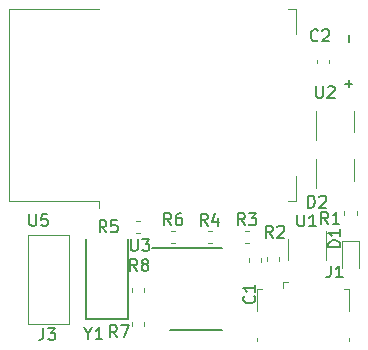
<source format=gbr>
G04 #@! TF.GenerationSoftware,KiCad,Pcbnew,(5.1.5)-3*
G04 #@! TF.CreationDate,2020-07-05T00:24:43+03:00*
G04 #@! TF.ProjectId,body_temp,626f6479-5f74-4656-9d70-2e6b69636164,rev?*
G04 #@! TF.SameCoordinates,Original*
G04 #@! TF.FileFunction,Legend,Top*
G04 #@! TF.FilePolarity,Positive*
%FSLAX46Y46*%
G04 Gerber Fmt 4.6, Leading zero omitted, Abs format (unit mm)*
G04 Created by KiCad (PCBNEW (5.1.5)-3) date 2020-07-05 00:24:43*
%MOMM*%
%LPD*%
G04 APERTURE LIST*
%ADD10C,0.120000*%
%ADD11C,0.200000*%
%ADD12C,0.150000*%
%ADD13C,1.402000*%
%ADD14O,1.626000X1.102000*%
%ADD15R,1.102000X2.602000*%
%ADD16R,1.902000X1.102000*%
%ADD17C,0.100000*%
%ADD18R,2.502000X2.502000*%
%ADD19R,1.552000X0.552000*%
%ADD20R,0.752000X1.162000*%
%ADD21R,1.302000X2.002000*%
%ADD22O,1.302000X2.002000*%
%ADD23R,1.602000X2.002000*%
%ADD24C,1.552000*%
%ADD25R,0.502000X1.452000*%
G04 APERTURE END LIST*
D10*
X21366000Y-42957000D02*
X17866000Y-42957000D01*
X21366000Y-35457000D02*
X21366000Y-42957000D01*
X17866000Y-35457000D02*
X21366000Y-35457000D01*
X17866000Y-42957000D02*
X17866000Y-35457000D01*
D11*
X44991700Y-18530600D02*
X44991700Y-19130600D01*
X44691700Y-22630600D02*
X45291700Y-22630600D01*
X44991700Y-22330600D02*
X44991700Y-22930600D01*
D10*
X23905500Y-32521000D02*
X23905500Y-33131000D01*
X23905500Y-32521000D02*
X16285500Y-32521000D01*
X40525500Y-32521000D02*
X39905500Y-32521000D01*
X40525500Y-30401000D02*
X40525500Y-32521000D01*
X40525500Y-16281000D02*
X40525500Y-18401000D01*
X39905500Y-16281000D02*
X40525500Y-16281000D01*
X16285500Y-16281000D02*
X23905500Y-16281000D01*
X16285500Y-32521000D02*
X16285500Y-16281000D01*
X43342700Y-20906079D02*
X43342700Y-20580521D01*
X42322700Y-20906079D02*
X42322700Y-20580521D01*
X36595000Y-37420721D02*
X36595000Y-37746279D01*
X37615000Y-37420721D02*
X37615000Y-37746279D01*
D11*
X26357400Y-42574000D02*
X26357400Y-35774000D01*
X22757400Y-42574000D02*
X26357400Y-42574000D01*
X22757400Y-35774000D02*
X22757400Y-42574000D01*
D12*
X28338500Y-36572000D02*
X34313500Y-36572000D01*
X29863500Y-43472000D02*
X34313500Y-43472000D01*
D10*
X42274300Y-24956600D02*
X42274300Y-27406600D01*
X45494300Y-26756600D02*
X45494300Y-24956600D01*
X43063000Y-37577000D02*
X43063000Y-35127000D01*
X39843000Y-35777000D02*
X39843000Y-37577000D01*
X27709000Y-40235479D02*
X27709000Y-39909921D01*
X26689000Y-40235479D02*
X26689000Y-39909921D01*
X26689000Y-42780321D02*
X26689000Y-43105879D01*
X27709000Y-42780321D02*
X27709000Y-43105879D01*
X29982721Y-36087000D02*
X30308279Y-36087000D01*
X29982721Y-35067000D02*
X30308279Y-35067000D01*
X27310879Y-34254200D02*
X26985321Y-34254200D01*
X27310879Y-35274200D02*
X26985321Y-35274200D01*
X33419779Y-35067000D02*
X33094221Y-35067000D01*
X33419779Y-36087000D02*
X33094221Y-36087000D01*
X36218221Y-36087000D02*
X36543779Y-36087000D01*
X36218221Y-35067000D02*
X36543779Y-35067000D01*
X39139000Y-37606779D02*
X39139000Y-37281221D01*
X38119000Y-37606779D02*
X38119000Y-37281221D01*
X45666800Y-33758479D02*
X45666800Y-33432921D01*
X44646800Y-33758479D02*
X44646800Y-33432921D01*
X39453000Y-39456500D02*
X39453000Y-39906500D01*
X39453000Y-39456500D02*
X39903000Y-39456500D01*
X45053000Y-40006500D02*
X44603000Y-40006500D01*
X45053000Y-41856500D02*
X45053000Y-40006500D01*
X37253000Y-44406500D02*
X37253000Y-44156500D01*
X45053000Y-44406500D02*
X45053000Y-44156500D01*
X37253000Y-41856500D02*
X37253000Y-40006500D01*
X37253000Y-40006500D02*
X37703000Y-40006500D01*
X42274300Y-29030400D02*
X42274300Y-31480400D01*
X45494300Y-30830400D02*
X45494300Y-29030400D01*
X44421800Y-35971500D02*
X44421800Y-38256500D01*
X45891800Y-35971500D02*
X44421800Y-35971500D01*
X45891800Y-38256500D02*
X45891800Y-35971500D01*
D12*
X19161166Y-43330880D02*
X19161166Y-44045166D01*
X19113547Y-44188023D01*
X19018309Y-44283261D01*
X18875452Y-44330880D01*
X18780214Y-44330880D01*
X19542119Y-43330880D02*
X20161166Y-43330880D01*
X19827833Y-43711833D01*
X19970690Y-43711833D01*
X20065928Y-43759452D01*
X20113547Y-43807071D01*
X20161166Y-43902309D01*
X20161166Y-44140404D01*
X20113547Y-44235642D01*
X20065928Y-44283261D01*
X19970690Y-44330880D01*
X19684976Y-44330880D01*
X19589738Y-44283261D01*
X19542119Y-44235642D01*
X17970595Y-33678880D02*
X17970595Y-34488404D01*
X18018214Y-34583642D01*
X18065833Y-34631261D01*
X18161071Y-34678880D01*
X18351547Y-34678880D01*
X18446785Y-34631261D01*
X18494404Y-34583642D01*
X18542023Y-34488404D01*
X18542023Y-33678880D01*
X19494404Y-33678880D02*
X19018214Y-33678880D01*
X18970595Y-34155071D01*
X19018214Y-34107452D01*
X19113452Y-34059833D01*
X19351547Y-34059833D01*
X19446785Y-34107452D01*
X19494404Y-34155071D01*
X19542023Y-34250309D01*
X19542023Y-34488404D01*
X19494404Y-34583642D01*
X19446785Y-34631261D01*
X19351547Y-34678880D01*
X19113452Y-34678880D01*
X19018214Y-34631261D01*
X18970595Y-34583642D01*
X42399333Y-18941542D02*
X42351714Y-18989161D01*
X42208857Y-19036780D01*
X42113619Y-19036780D01*
X41970761Y-18989161D01*
X41875523Y-18893923D01*
X41827904Y-18798685D01*
X41780285Y-18608209D01*
X41780285Y-18465352D01*
X41827904Y-18274876D01*
X41875523Y-18179638D01*
X41970761Y-18084400D01*
X42113619Y-18036780D01*
X42208857Y-18036780D01*
X42351714Y-18084400D01*
X42399333Y-18132019D01*
X42780285Y-18132019D02*
X42827904Y-18084400D01*
X42923142Y-18036780D01*
X43161238Y-18036780D01*
X43256476Y-18084400D01*
X43304095Y-18132019D01*
X43351714Y-18227257D01*
X43351714Y-18322495D01*
X43304095Y-18465352D01*
X42732666Y-19036780D01*
X43351714Y-19036780D01*
X36996642Y-40616166D02*
X37044261Y-40663785D01*
X37091880Y-40806642D01*
X37091880Y-40901880D01*
X37044261Y-41044738D01*
X36949023Y-41139976D01*
X36853785Y-41187595D01*
X36663309Y-41235214D01*
X36520452Y-41235214D01*
X36329976Y-41187595D01*
X36234738Y-41139976D01*
X36139500Y-41044738D01*
X36091880Y-40901880D01*
X36091880Y-40806642D01*
X36139500Y-40663785D01*
X36187119Y-40616166D01*
X37091880Y-39663785D02*
X37091880Y-40235214D01*
X37091880Y-39949500D02*
X36091880Y-39949500D01*
X36234738Y-40044738D01*
X36329976Y-40139976D01*
X36377595Y-40235214D01*
X22955309Y-43791190D02*
X22955309Y-44267380D01*
X22621976Y-43267380D02*
X22955309Y-43791190D01*
X23288642Y-43267380D01*
X24145785Y-44267380D02*
X23574357Y-44267380D01*
X23860071Y-44267380D02*
X23860071Y-43267380D01*
X23764833Y-43410238D01*
X23669595Y-43505476D01*
X23574357Y-43553095D01*
X26564095Y-35791380D02*
X26564095Y-36600904D01*
X26611714Y-36696142D01*
X26659333Y-36743761D01*
X26754571Y-36791380D01*
X26945047Y-36791380D01*
X27040285Y-36743761D01*
X27087904Y-36696142D01*
X27135523Y-36600904D01*
X27135523Y-35791380D01*
X27516476Y-35791380D02*
X28135523Y-35791380D01*
X27802190Y-36172333D01*
X27945047Y-36172333D01*
X28040285Y-36219952D01*
X28087904Y-36267571D01*
X28135523Y-36362809D01*
X28135523Y-36600904D01*
X28087904Y-36696142D01*
X28040285Y-36743761D01*
X27945047Y-36791380D01*
X27659333Y-36791380D01*
X27564095Y-36743761D01*
X27516476Y-36696142D01*
X42238095Y-22837380D02*
X42238095Y-23646904D01*
X42285714Y-23742142D01*
X42333333Y-23789761D01*
X42428571Y-23837380D01*
X42619047Y-23837380D01*
X42714285Y-23789761D01*
X42761904Y-23742142D01*
X42809523Y-23646904D01*
X42809523Y-22837380D01*
X43238095Y-22932619D02*
X43285714Y-22885000D01*
X43380952Y-22837380D01*
X43619047Y-22837380D01*
X43714285Y-22885000D01*
X43761904Y-22932619D01*
X43809523Y-23027857D01*
X43809523Y-23123095D01*
X43761904Y-23265952D01*
X43190476Y-23837380D01*
X43809523Y-23837380D01*
X40661095Y-33708580D02*
X40661095Y-34518104D01*
X40708714Y-34613342D01*
X40756333Y-34660961D01*
X40851571Y-34708580D01*
X41042047Y-34708580D01*
X41137285Y-34660961D01*
X41184904Y-34613342D01*
X41232523Y-34518104D01*
X41232523Y-33708580D01*
X42232523Y-34708580D02*
X41661095Y-34708580D01*
X41946809Y-34708580D02*
X41946809Y-33708580D01*
X41851571Y-33851438D01*
X41756333Y-33946676D01*
X41661095Y-33994295D01*
X27095833Y-38467780D02*
X26762500Y-37991590D01*
X26524404Y-38467780D02*
X26524404Y-37467780D01*
X26905357Y-37467780D01*
X27000595Y-37515400D01*
X27048214Y-37563019D01*
X27095833Y-37658257D01*
X27095833Y-37801114D01*
X27048214Y-37896352D01*
X27000595Y-37943971D01*
X26905357Y-37991590D01*
X26524404Y-37991590D01*
X27667261Y-37896352D02*
X27572023Y-37848733D01*
X27524404Y-37801114D01*
X27476785Y-37705876D01*
X27476785Y-37658257D01*
X27524404Y-37563019D01*
X27572023Y-37515400D01*
X27667261Y-37467780D01*
X27857738Y-37467780D01*
X27952976Y-37515400D01*
X28000595Y-37563019D01*
X28048214Y-37658257D01*
X28048214Y-37705876D01*
X28000595Y-37801114D01*
X27952976Y-37848733D01*
X27857738Y-37896352D01*
X27667261Y-37896352D01*
X27572023Y-37943971D01*
X27524404Y-37991590D01*
X27476785Y-38086828D01*
X27476785Y-38277304D01*
X27524404Y-38372542D01*
X27572023Y-38420161D01*
X27667261Y-38467780D01*
X27857738Y-38467780D01*
X27952976Y-38420161D01*
X28000595Y-38372542D01*
X28048214Y-38277304D01*
X28048214Y-38086828D01*
X28000595Y-37991590D01*
X27952976Y-37943971D01*
X27857738Y-37896352D01*
X25381333Y-44093880D02*
X25048000Y-43617690D01*
X24809904Y-44093880D02*
X24809904Y-43093880D01*
X25190857Y-43093880D01*
X25286095Y-43141500D01*
X25333714Y-43189119D01*
X25381333Y-43284357D01*
X25381333Y-43427214D01*
X25333714Y-43522452D01*
X25286095Y-43570071D01*
X25190857Y-43617690D01*
X24809904Y-43617690D01*
X25714666Y-43093880D02*
X26381333Y-43093880D01*
X25952761Y-44093880D01*
X29978833Y-34599380D02*
X29645500Y-34123190D01*
X29407404Y-34599380D02*
X29407404Y-33599380D01*
X29788357Y-33599380D01*
X29883595Y-33647000D01*
X29931214Y-33694619D01*
X29978833Y-33789857D01*
X29978833Y-33932714D01*
X29931214Y-34027952D01*
X29883595Y-34075571D01*
X29788357Y-34123190D01*
X29407404Y-34123190D01*
X30835976Y-33599380D02*
X30645500Y-33599380D01*
X30550261Y-33647000D01*
X30502642Y-33694619D01*
X30407404Y-33837476D01*
X30359785Y-34027952D01*
X30359785Y-34408904D01*
X30407404Y-34504142D01*
X30455023Y-34551761D01*
X30550261Y-34599380D01*
X30740738Y-34599380D01*
X30835976Y-34551761D01*
X30883595Y-34504142D01*
X30931214Y-34408904D01*
X30931214Y-34170809D01*
X30883595Y-34075571D01*
X30835976Y-34027952D01*
X30740738Y-33980333D01*
X30550261Y-33980333D01*
X30455023Y-34027952D01*
X30407404Y-34075571D01*
X30359785Y-34170809D01*
X24492333Y-35203880D02*
X24159000Y-34727690D01*
X23920904Y-35203880D02*
X23920904Y-34203880D01*
X24301857Y-34203880D01*
X24397095Y-34251500D01*
X24444714Y-34299119D01*
X24492333Y-34394357D01*
X24492333Y-34537214D01*
X24444714Y-34632452D01*
X24397095Y-34680071D01*
X24301857Y-34727690D01*
X23920904Y-34727690D01*
X25397095Y-34203880D02*
X24920904Y-34203880D01*
X24873285Y-34680071D01*
X24920904Y-34632452D01*
X25016142Y-34584833D01*
X25254238Y-34584833D01*
X25349476Y-34632452D01*
X25397095Y-34680071D01*
X25444714Y-34775309D01*
X25444714Y-35013404D01*
X25397095Y-35108642D01*
X25349476Y-35156261D01*
X25254238Y-35203880D01*
X25016142Y-35203880D01*
X24920904Y-35156261D01*
X24873285Y-35108642D01*
X33064833Y-34632380D02*
X32731500Y-34156190D01*
X32493404Y-34632380D02*
X32493404Y-33632380D01*
X32874357Y-33632380D01*
X32969595Y-33680000D01*
X33017214Y-33727619D01*
X33064833Y-33822857D01*
X33064833Y-33965714D01*
X33017214Y-34060952D01*
X32969595Y-34108571D01*
X32874357Y-34156190D01*
X32493404Y-34156190D01*
X33921976Y-33965714D02*
X33921976Y-34632380D01*
X33683880Y-33584761D02*
X33445785Y-34299047D01*
X34064833Y-34299047D01*
X36214333Y-34599380D02*
X35881000Y-34123190D01*
X35642904Y-34599380D02*
X35642904Y-33599380D01*
X36023857Y-33599380D01*
X36119095Y-33647000D01*
X36166714Y-33694619D01*
X36214333Y-33789857D01*
X36214333Y-33932714D01*
X36166714Y-34027952D01*
X36119095Y-34075571D01*
X36023857Y-34123190D01*
X35642904Y-34123190D01*
X36547666Y-33599380D02*
X37166714Y-33599380D01*
X36833380Y-33980333D01*
X36976238Y-33980333D01*
X37071476Y-34027952D01*
X37119095Y-34075571D01*
X37166714Y-34170809D01*
X37166714Y-34408904D01*
X37119095Y-34504142D01*
X37071476Y-34551761D01*
X36976238Y-34599380D01*
X36690523Y-34599380D01*
X36595285Y-34551761D01*
X36547666Y-34504142D01*
X38589333Y-35648380D02*
X38256000Y-35172190D01*
X38017904Y-35648380D02*
X38017904Y-34648380D01*
X38398857Y-34648380D01*
X38494095Y-34696000D01*
X38541714Y-34743619D01*
X38589333Y-34838857D01*
X38589333Y-34981714D01*
X38541714Y-35076952D01*
X38494095Y-35124571D01*
X38398857Y-35172190D01*
X38017904Y-35172190D01*
X38970285Y-34743619D02*
X39017904Y-34696000D01*
X39113142Y-34648380D01*
X39351238Y-34648380D01*
X39446476Y-34696000D01*
X39494095Y-34743619D01*
X39541714Y-34838857D01*
X39541714Y-34934095D01*
X39494095Y-35076952D01*
X38922666Y-35648380D01*
X39541714Y-35648380D01*
X43267333Y-34488380D02*
X42934000Y-34012190D01*
X42695904Y-34488380D02*
X42695904Y-33488380D01*
X43076857Y-33488380D01*
X43172095Y-33536000D01*
X43219714Y-33583619D01*
X43267333Y-33678857D01*
X43267333Y-33821714D01*
X43219714Y-33916952D01*
X43172095Y-33964571D01*
X43076857Y-34012190D01*
X42695904Y-34012190D01*
X44219714Y-34488380D02*
X43648285Y-34488380D01*
X43934000Y-34488380D02*
X43934000Y-33488380D01*
X43838761Y-33631238D01*
X43743523Y-33726476D01*
X43648285Y-33774095D01*
X43502666Y-38026580D02*
X43502666Y-38740866D01*
X43455047Y-38883723D01*
X43359809Y-38978961D01*
X43216952Y-39026580D01*
X43121714Y-39026580D01*
X44502666Y-39026580D02*
X43931238Y-39026580D01*
X44216952Y-39026580D02*
X44216952Y-38026580D01*
X44121714Y-38169438D01*
X44026476Y-38264676D01*
X43931238Y-38312295D01*
X41573904Y-33108380D02*
X41573904Y-32108380D01*
X41812000Y-32108380D01*
X41954857Y-32156000D01*
X42050095Y-32251238D01*
X42097714Y-32346476D01*
X42145333Y-32536952D01*
X42145333Y-32679809D01*
X42097714Y-32870285D01*
X42050095Y-32965523D01*
X41954857Y-33060761D01*
X41812000Y-33108380D01*
X41573904Y-33108380D01*
X42526285Y-32203619D02*
X42573904Y-32156000D01*
X42669142Y-32108380D01*
X42907238Y-32108380D01*
X43002476Y-32156000D01*
X43050095Y-32203619D01*
X43097714Y-32298857D01*
X43097714Y-32394095D01*
X43050095Y-32536952D01*
X42478666Y-33108380D01*
X43097714Y-33108380D01*
X44288380Y-36467495D02*
X43288380Y-36467495D01*
X43288380Y-36229400D01*
X43336000Y-36086542D01*
X43431238Y-35991304D01*
X43526476Y-35943685D01*
X43716952Y-35896066D01*
X43859809Y-35896066D01*
X44050285Y-35943685D01*
X44145523Y-35991304D01*
X44240761Y-36086542D01*
X44288380Y-36229400D01*
X44288380Y-36467495D01*
X44288380Y-34943685D02*
X44288380Y-35515114D01*
X44288380Y-35229400D02*
X43288380Y-35229400D01*
X43431238Y-35324638D01*
X43526476Y-35419876D01*
X43574095Y-35515114D01*
%LPC*%
D13*
X20066000Y-41457000D03*
X20066000Y-39957000D03*
X20066000Y-38457000D03*
X20066000Y-36957000D03*
D14*
X44991700Y-19930600D03*
X44991700Y-21530600D03*
D15*
X24905500Y-16801000D03*
X26905500Y-16801000D03*
X28905500Y-16801000D03*
X30905500Y-16801000D03*
X32905500Y-16801000D03*
X34905500Y-16801000D03*
X36905500Y-16801000D03*
X38905500Y-16801000D03*
D16*
X40405500Y-19401000D03*
X40405500Y-21401000D03*
X40405500Y-23401000D03*
X40405500Y-25401000D03*
X40405500Y-27401000D03*
X40405500Y-29401000D03*
D15*
X38905500Y-32001000D03*
X36905500Y-32001000D03*
X34905500Y-32001000D03*
X32905500Y-32001000D03*
X30905500Y-32001000D03*
X28905500Y-32001000D03*
X26905500Y-32001000D03*
X24905500Y-32001000D03*
D17*
G36*
X43138391Y-19468476D02*
G01*
X43162101Y-19471993D01*
X43185352Y-19477817D01*
X43207920Y-19485892D01*
X43229589Y-19496141D01*
X43250148Y-19508464D01*
X43269401Y-19522742D01*
X43287161Y-19538839D01*
X43303258Y-19556599D01*
X43317536Y-19575852D01*
X43329859Y-19596411D01*
X43340108Y-19618080D01*
X43348183Y-19640648D01*
X43354007Y-19663899D01*
X43357524Y-19687609D01*
X43358700Y-19711550D01*
X43358700Y-20200050D01*
X43357524Y-20223991D01*
X43354007Y-20247701D01*
X43348183Y-20270952D01*
X43340108Y-20293520D01*
X43329859Y-20315189D01*
X43317536Y-20335748D01*
X43303258Y-20355001D01*
X43287161Y-20372761D01*
X43269401Y-20388858D01*
X43250148Y-20403136D01*
X43229589Y-20415459D01*
X43207920Y-20425708D01*
X43185352Y-20433783D01*
X43162101Y-20439607D01*
X43138391Y-20443124D01*
X43114450Y-20444300D01*
X42550950Y-20444300D01*
X42527009Y-20443124D01*
X42503299Y-20439607D01*
X42480048Y-20433783D01*
X42457480Y-20425708D01*
X42435811Y-20415459D01*
X42415252Y-20403136D01*
X42395999Y-20388858D01*
X42378239Y-20372761D01*
X42362142Y-20355001D01*
X42347864Y-20335748D01*
X42335541Y-20315189D01*
X42325292Y-20293520D01*
X42317217Y-20270952D01*
X42311393Y-20247701D01*
X42307876Y-20223991D01*
X42306700Y-20200050D01*
X42306700Y-19711550D01*
X42307876Y-19687609D01*
X42311393Y-19663899D01*
X42317217Y-19640648D01*
X42325292Y-19618080D01*
X42335541Y-19596411D01*
X42347864Y-19575852D01*
X42362142Y-19556599D01*
X42378239Y-19538839D01*
X42395999Y-19522742D01*
X42415252Y-19508464D01*
X42435811Y-19496141D01*
X42457480Y-19485892D01*
X42480048Y-19477817D01*
X42503299Y-19471993D01*
X42527009Y-19468476D01*
X42550950Y-19467300D01*
X43114450Y-19467300D01*
X43138391Y-19468476D01*
G37*
G36*
X43138391Y-21043476D02*
G01*
X43162101Y-21046993D01*
X43185352Y-21052817D01*
X43207920Y-21060892D01*
X43229589Y-21071141D01*
X43250148Y-21083464D01*
X43269401Y-21097742D01*
X43287161Y-21113839D01*
X43303258Y-21131599D01*
X43317536Y-21150852D01*
X43329859Y-21171411D01*
X43340108Y-21193080D01*
X43348183Y-21215648D01*
X43354007Y-21238899D01*
X43357524Y-21262609D01*
X43358700Y-21286550D01*
X43358700Y-21775050D01*
X43357524Y-21798991D01*
X43354007Y-21822701D01*
X43348183Y-21845952D01*
X43340108Y-21868520D01*
X43329859Y-21890189D01*
X43317536Y-21910748D01*
X43303258Y-21930001D01*
X43287161Y-21947761D01*
X43269401Y-21963858D01*
X43250148Y-21978136D01*
X43229589Y-21990459D01*
X43207920Y-22000708D01*
X43185352Y-22008783D01*
X43162101Y-22014607D01*
X43138391Y-22018124D01*
X43114450Y-22019300D01*
X42550950Y-22019300D01*
X42527009Y-22018124D01*
X42503299Y-22014607D01*
X42480048Y-22008783D01*
X42457480Y-22000708D01*
X42435811Y-21990459D01*
X42415252Y-21978136D01*
X42395999Y-21963858D01*
X42378239Y-21947761D01*
X42362142Y-21930001D01*
X42347864Y-21910748D01*
X42335541Y-21890189D01*
X42325292Y-21868520D01*
X42317217Y-21845952D01*
X42311393Y-21822701D01*
X42307876Y-21798991D01*
X42306700Y-21775050D01*
X42306700Y-21286550D01*
X42307876Y-21262609D01*
X42311393Y-21238899D01*
X42317217Y-21215648D01*
X42325292Y-21193080D01*
X42335541Y-21171411D01*
X42347864Y-21150852D01*
X42362142Y-21131599D01*
X42378239Y-21113839D01*
X42395999Y-21097742D01*
X42415252Y-21083464D01*
X42435811Y-21071141D01*
X42457480Y-21060892D01*
X42480048Y-21052817D01*
X42503299Y-21046993D01*
X42527009Y-21043476D01*
X42550950Y-21042300D01*
X43114450Y-21042300D01*
X43138391Y-21043476D01*
G37*
G36*
X37410691Y-37883676D02*
G01*
X37434401Y-37887193D01*
X37457652Y-37893017D01*
X37480220Y-37901092D01*
X37501889Y-37911341D01*
X37522448Y-37923664D01*
X37541701Y-37937942D01*
X37559461Y-37954039D01*
X37575558Y-37971799D01*
X37589836Y-37991052D01*
X37602159Y-38011611D01*
X37612408Y-38033280D01*
X37620483Y-38055848D01*
X37626307Y-38079099D01*
X37629824Y-38102809D01*
X37631000Y-38126750D01*
X37631000Y-38615250D01*
X37629824Y-38639191D01*
X37626307Y-38662901D01*
X37620483Y-38686152D01*
X37612408Y-38708720D01*
X37602159Y-38730389D01*
X37589836Y-38750948D01*
X37575558Y-38770201D01*
X37559461Y-38787961D01*
X37541701Y-38804058D01*
X37522448Y-38818336D01*
X37501889Y-38830659D01*
X37480220Y-38840908D01*
X37457652Y-38848983D01*
X37434401Y-38854807D01*
X37410691Y-38858324D01*
X37386750Y-38859500D01*
X36823250Y-38859500D01*
X36799309Y-38858324D01*
X36775599Y-38854807D01*
X36752348Y-38848983D01*
X36729780Y-38840908D01*
X36708111Y-38830659D01*
X36687552Y-38818336D01*
X36668299Y-38804058D01*
X36650539Y-38787961D01*
X36634442Y-38770201D01*
X36620164Y-38750948D01*
X36607841Y-38730389D01*
X36597592Y-38708720D01*
X36589517Y-38686152D01*
X36583693Y-38662901D01*
X36580176Y-38639191D01*
X36579000Y-38615250D01*
X36579000Y-38126750D01*
X36580176Y-38102809D01*
X36583693Y-38079099D01*
X36589517Y-38055848D01*
X36597592Y-38033280D01*
X36607841Y-38011611D01*
X36620164Y-37991052D01*
X36634442Y-37971799D01*
X36650539Y-37954039D01*
X36668299Y-37937942D01*
X36687552Y-37923664D01*
X36708111Y-37911341D01*
X36729780Y-37901092D01*
X36752348Y-37893017D01*
X36775599Y-37887193D01*
X36799309Y-37883676D01*
X36823250Y-37882500D01*
X37386750Y-37882500D01*
X37410691Y-37883676D01*
G37*
G36*
X37410691Y-36308676D02*
G01*
X37434401Y-36312193D01*
X37457652Y-36318017D01*
X37480220Y-36326092D01*
X37501889Y-36336341D01*
X37522448Y-36348664D01*
X37541701Y-36362942D01*
X37559461Y-36379039D01*
X37575558Y-36396799D01*
X37589836Y-36416052D01*
X37602159Y-36436611D01*
X37612408Y-36458280D01*
X37620483Y-36480848D01*
X37626307Y-36504099D01*
X37629824Y-36527809D01*
X37631000Y-36551750D01*
X37631000Y-37040250D01*
X37629824Y-37064191D01*
X37626307Y-37087901D01*
X37620483Y-37111152D01*
X37612408Y-37133720D01*
X37602159Y-37155389D01*
X37589836Y-37175948D01*
X37575558Y-37195201D01*
X37559461Y-37212961D01*
X37541701Y-37229058D01*
X37522448Y-37243336D01*
X37501889Y-37255659D01*
X37480220Y-37265908D01*
X37457652Y-37273983D01*
X37434401Y-37279807D01*
X37410691Y-37283324D01*
X37386750Y-37284500D01*
X36823250Y-37284500D01*
X36799309Y-37283324D01*
X36775599Y-37279807D01*
X36752348Y-37273983D01*
X36729780Y-37265908D01*
X36708111Y-37255659D01*
X36687552Y-37243336D01*
X36668299Y-37229058D01*
X36650539Y-37212961D01*
X36634442Y-37195201D01*
X36620164Y-37175948D01*
X36607841Y-37155389D01*
X36597592Y-37133720D01*
X36589517Y-37111152D01*
X36583693Y-37087901D01*
X36580176Y-37064191D01*
X36579000Y-37040250D01*
X36579000Y-36551750D01*
X36580176Y-36527809D01*
X36583693Y-36504099D01*
X36589517Y-36480848D01*
X36597592Y-36458280D01*
X36607841Y-36436611D01*
X36620164Y-36416052D01*
X36634442Y-36396799D01*
X36650539Y-36379039D01*
X36668299Y-36362942D01*
X36687552Y-36348664D01*
X36708111Y-36336341D01*
X36729780Y-36326092D01*
X36752348Y-36318017D01*
X36775599Y-36312193D01*
X36799309Y-36308676D01*
X36823250Y-36307500D01*
X37386750Y-36307500D01*
X37410691Y-36308676D01*
G37*
D18*
X24557400Y-36974000D03*
X24557400Y-40974000D03*
D19*
X35038500Y-37097000D03*
X35038500Y-37747000D03*
X35038500Y-38397000D03*
X35038500Y-39047000D03*
X35038500Y-39697000D03*
X35038500Y-40347000D03*
X35038500Y-40997000D03*
X35038500Y-41647000D03*
X35038500Y-42297000D03*
X35038500Y-42947000D03*
X29138500Y-42947000D03*
X29138500Y-42297000D03*
X29138500Y-41647000D03*
X29138500Y-40997000D03*
X29138500Y-40347000D03*
X29138500Y-39697000D03*
X29138500Y-39047000D03*
X29138500Y-38397000D03*
X29138500Y-37747000D03*
X29138500Y-37097000D03*
D20*
X42934300Y-24756600D03*
X44834300Y-24756600D03*
X44834300Y-26956600D03*
X43884300Y-26956600D03*
X42934300Y-26956600D03*
X41453000Y-37777000D03*
X42403000Y-37777000D03*
X40503000Y-37777000D03*
X40503000Y-35577000D03*
X41453000Y-35577000D03*
X42403000Y-35577000D03*
D17*
G36*
X27504691Y-38797876D02*
G01*
X27528401Y-38801393D01*
X27551652Y-38807217D01*
X27574220Y-38815292D01*
X27595889Y-38825541D01*
X27616448Y-38837864D01*
X27635701Y-38852142D01*
X27653461Y-38868239D01*
X27669558Y-38885999D01*
X27683836Y-38905252D01*
X27696159Y-38925811D01*
X27706408Y-38947480D01*
X27714483Y-38970048D01*
X27720307Y-38993299D01*
X27723824Y-39017009D01*
X27725000Y-39040950D01*
X27725000Y-39529450D01*
X27723824Y-39553391D01*
X27720307Y-39577101D01*
X27714483Y-39600352D01*
X27706408Y-39622920D01*
X27696159Y-39644589D01*
X27683836Y-39665148D01*
X27669558Y-39684401D01*
X27653461Y-39702161D01*
X27635701Y-39718258D01*
X27616448Y-39732536D01*
X27595889Y-39744859D01*
X27574220Y-39755108D01*
X27551652Y-39763183D01*
X27528401Y-39769007D01*
X27504691Y-39772524D01*
X27480750Y-39773700D01*
X26917250Y-39773700D01*
X26893309Y-39772524D01*
X26869599Y-39769007D01*
X26846348Y-39763183D01*
X26823780Y-39755108D01*
X26802111Y-39744859D01*
X26781552Y-39732536D01*
X26762299Y-39718258D01*
X26744539Y-39702161D01*
X26728442Y-39684401D01*
X26714164Y-39665148D01*
X26701841Y-39644589D01*
X26691592Y-39622920D01*
X26683517Y-39600352D01*
X26677693Y-39577101D01*
X26674176Y-39553391D01*
X26673000Y-39529450D01*
X26673000Y-39040950D01*
X26674176Y-39017009D01*
X26677693Y-38993299D01*
X26683517Y-38970048D01*
X26691592Y-38947480D01*
X26701841Y-38925811D01*
X26714164Y-38905252D01*
X26728442Y-38885999D01*
X26744539Y-38868239D01*
X26762299Y-38852142D01*
X26781552Y-38837864D01*
X26802111Y-38825541D01*
X26823780Y-38815292D01*
X26846348Y-38807217D01*
X26869599Y-38801393D01*
X26893309Y-38797876D01*
X26917250Y-38796700D01*
X27480750Y-38796700D01*
X27504691Y-38797876D01*
G37*
G36*
X27504691Y-40372876D02*
G01*
X27528401Y-40376393D01*
X27551652Y-40382217D01*
X27574220Y-40390292D01*
X27595889Y-40400541D01*
X27616448Y-40412864D01*
X27635701Y-40427142D01*
X27653461Y-40443239D01*
X27669558Y-40460999D01*
X27683836Y-40480252D01*
X27696159Y-40500811D01*
X27706408Y-40522480D01*
X27714483Y-40545048D01*
X27720307Y-40568299D01*
X27723824Y-40592009D01*
X27725000Y-40615950D01*
X27725000Y-41104450D01*
X27723824Y-41128391D01*
X27720307Y-41152101D01*
X27714483Y-41175352D01*
X27706408Y-41197920D01*
X27696159Y-41219589D01*
X27683836Y-41240148D01*
X27669558Y-41259401D01*
X27653461Y-41277161D01*
X27635701Y-41293258D01*
X27616448Y-41307536D01*
X27595889Y-41319859D01*
X27574220Y-41330108D01*
X27551652Y-41338183D01*
X27528401Y-41344007D01*
X27504691Y-41347524D01*
X27480750Y-41348700D01*
X26917250Y-41348700D01*
X26893309Y-41347524D01*
X26869599Y-41344007D01*
X26846348Y-41338183D01*
X26823780Y-41330108D01*
X26802111Y-41319859D01*
X26781552Y-41307536D01*
X26762299Y-41293258D01*
X26744539Y-41277161D01*
X26728442Y-41259401D01*
X26714164Y-41240148D01*
X26701841Y-41219589D01*
X26691592Y-41197920D01*
X26683517Y-41175352D01*
X26677693Y-41152101D01*
X26674176Y-41128391D01*
X26673000Y-41104450D01*
X26673000Y-40615950D01*
X26674176Y-40592009D01*
X26677693Y-40568299D01*
X26683517Y-40545048D01*
X26691592Y-40522480D01*
X26701841Y-40500811D01*
X26714164Y-40480252D01*
X26728442Y-40460999D01*
X26744539Y-40443239D01*
X26762299Y-40427142D01*
X26781552Y-40412864D01*
X26802111Y-40400541D01*
X26823780Y-40390292D01*
X26846348Y-40382217D01*
X26869599Y-40376393D01*
X26893309Y-40372876D01*
X26917250Y-40371700D01*
X27480750Y-40371700D01*
X27504691Y-40372876D01*
G37*
G36*
X27504691Y-43243276D02*
G01*
X27528401Y-43246793D01*
X27551652Y-43252617D01*
X27574220Y-43260692D01*
X27595889Y-43270941D01*
X27616448Y-43283264D01*
X27635701Y-43297542D01*
X27653461Y-43313639D01*
X27669558Y-43331399D01*
X27683836Y-43350652D01*
X27696159Y-43371211D01*
X27706408Y-43392880D01*
X27714483Y-43415448D01*
X27720307Y-43438699D01*
X27723824Y-43462409D01*
X27725000Y-43486350D01*
X27725000Y-43974850D01*
X27723824Y-43998791D01*
X27720307Y-44022501D01*
X27714483Y-44045752D01*
X27706408Y-44068320D01*
X27696159Y-44089989D01*
X27683836Y-44110548D01*
X27669558Y-44129801D01*
X27653461Y-44147561D01*
X27635701Y-44163658D01*
X27616448Y-44177936D01*
X27595889Y-44190259D01*
X27574220Y-44200508D01*
X27551652Y-44208583D01*
X27528401Y-44214407D01*
X27504691Y-44217924D01*
X27480750Y-44219100D01*
X26917250Y-44219100D01*
X26893309Y-44217924D01*
X26869599Y-44214407D01*
X26846348Y-44208583D01*
X26823780Y-44200508D01*
X26802111Y-44190259D01*
X26781552Y-44177936D01*
X26762299Y-44163658D01*
X26744539Y-44147561D01*
X26728442Y-44129801D01*
X26714164Y-44110548D01*
X26701841Y-44089989D01*
X26691592Y-44068320D01*
X26683517Y-44045752D01*
X26677693Y-44022501D01*
X26674176Y-43998791D01*
X26673000Y-43974850D01*
X26673000Y-43486350D01*
X26674176Y-43462409D01*
X26677693Y-43438699D01*
X26683517Y-43415448D01*
X26691592Y-43392880D01*
X26701841Y-43371211D01*
X26714164Y-43350652D01*
X26728442Y-43331399D01*
X26744539Y-43313639D01*
X26762299Y-43297542D01*
X26781552Y-43283264D01*
X26802111Y-43270941D01*
X26823780Y-43260692D01*
X26846348Y-43252617D01*
X26869599Y-43246793D01*
X26893309Y-43243276D01*
X26917250Y-43242100D01*
X27480750Y-43242100D01*
X27504691Y-43243276D01*
G37*
G36*
X27504691Y-41668276D02*
G01*
X27528401Y-41671793D01*
X27551652Y-41677617D01*
X27574220Y-41685692D01*
X27595889Y-41695941D01*
X27616448Y-41708264D01*
X27635701Y-41722542D01*
X27653461Y-41738639D01*
X27669558Y-41756399D01*
X27683836Y-41775652D01*
X27696159Y-41796211D01*
X27706408Y-41817880D01*
X27714483Y-41840448D01*
X27720307Y-41863699D01*
X27723824Y-41887409D01*
X27725000Y-41911350D01*
X27725000Y-42399850D01*
X27723824Y-42423791D01*
X27720307Y-42447501D01*
X27714483Y-42470752D01*
X27706408Y-42493320D01*
X27696159Y-42514989D01*
X27683836Y-42535548D01*
X27669558Y-42554801D01*
X27653461Y-42572561D01*
X27635701Y-42588658D01*
X27616448Y-42602936D01*
X27595889Y-42615259D01*
X27574220Y-42625508D01*
X27551652Y-42633583D01*
X27528401Y-42639407D01*
X27504691Y-42642924D01*
X27480750Y-42644100D01*
X26917250Y-42644100D01*
X26893309Y-42642924D01*
X26869599Y-42639407D01*
X26846348Y-42633583D01*
X26823780Y-42625508D01*
X26802111Y-42615259D01*
X26781552Y-42602936D01*
X26762299Y-42588658D01*
X26744539Y-42572561D01*
X26728442Y-42554801D01*
X26714164Y-42535548D01*
X26701841Y-42514989D01*
X26691592Y-42493320D01*
X26683517Y-42470752D01*
X26677693Y-42447501D01*
X26674176Y-42423791D01*
X26673000Y-42399850D01*
X26673000Y-41911350D01*
X26674176Y-41887409D01*
X26677693Y-41863699D01*
X26683517Y-41840448D01*
X26691592Y-41817880D01*
X26701841Y-41796211D01*
X26714164Y-41775652D01*
X26728442Y-41756399D01*
X26744539Y-41738639D01*
X26762299Y-41722542D01*
X26781552Y-41708264D01*
X26802111Y-41695941D01*
X26823780Y-41685692D01*
X26846348Y-41677617D01*
X26869599Y-41671793D01*
X26893309Y-41668276D01*
X26917250Y-41667100D01*
X27480750Y-41667100D01*
X27504691Y-41668276D01*
G37*
G36*
X31201191Y-35052176D02*
G01*
X31224901Y-35055693D01*
X31248152Y-35061517D01*
X31270720Y-35069592D01*
X31292389Y-35079841D01*
X31312948Y-35092164D01*
X31332201Y-35106442D01*
X31349961Y-35122539D01*
X31366058Y-35140299D01*
X31380336Y-35159552D01*
X31392659Y-35180111D01*
X31402908Y-35201780D01*
X31410983Y-35224348D01*
X31416807Y-35247599D01*
X31420324Y-35271309D01*
X31421500Y-35295250D01*
X31421500Y-35858750D01*
X31420324Y-35882691D01*
X31416807Y-35906401D01*
X31410983Y-35929652D01*
X31402908Y-35952220D01*
X31392659Y-35973889D01*
X31380336Y-35994448D01*
X31366058Y-36013701D01*
X31349961Y-36031461D01*
X31332201Y-36047558D01*
X31312948Y-36061836D01*
X31292389Y-36074159D01*
X31270720Y-36084408D01*
X31248152Y-36092483D01*
X31224901Y-36098307D01*
X31201191Y-36101824D01*
X31177250Y-36103000D01*
X30688750Y-36103000D01*
X30664809Y-36101824D01*
X30641099Y-36098307D01*
X30617848Y-36092483D01*
X30595280Y-36084408D01*
X30573611Y-36074159D01*
X30553052Y-36061836D01*
X30533799Y-36047558D01*
X30516039Y-36031461D01*
X30499942Y-36013701D01*
X30485664Y-35994448D01*
X30473341Y-35973889D01*
X30463092Y-35952220D01*
X30455017Y-35929652D01*
X30449193Y-35906401D01*
X30445676Y-35882691D01*
X30444500Y-35858750D01*
X30444500Y-35295250D01*
X30445676Y-35271309D01*
X30449193Y-35247599D01*
X30455017Y-35224348D01*
X30463092Y-35201780D01*
X30473341Y-35180111D01*
X30485664Y-35159552D01*
X30499942Y-35140299D01*
X30516039Y-35122539D01*
X30533799Y-35106442D01*
X30553052Y-35092164D01*
X30573611Y-35079841D01*
X30595280Y-35069592D01*
X30617848Y-35061517D01*
X30641099Y-35055693D01*
X30664809Y-35052176D01*
X30688750Y-35051000D01*
X31177250Y-35051000D01*
X31201191Y-35052176D01*
G37*
G36*
X29626191Y-35052176D02*
G01*
X29649901Y-35055693D01*
X29673152Y-35061517D01*
X29695720Y-35069592D01*
X29717389Y-35079841D01*
X29737948Y-35092164D01*
X29757201Y-35106442D01*
X29774961Y-35122539D01*
X29791058Y-35140299D01*
X29805336Y-35159552D01*
X29817659Y-35180111D01*
X29827908Y-35201780D01*
X29835983Y-35224348D01*
X29841807Y-35247599D01*
X29845324Y-35271309D01*
X29846500Y-35295250D01*
X29846500Y-35858750D01*
X29845324Y-35882691D01*
X29841807Y-35906401D01*
X29835983Y-35929652D01*
X29827908Y-35952220D01*
X29817659Y-35973889D01*
X29805336Y-35994448D01*
X29791058Y-36013701D01*
X29774961Y-36031461D01*
X29757201Y-36047558D01*
X29737948Y-36061836D01*
X29717389Y-36074159D01*
X29695720Y-36084408D01*
X29673152Y-36092483D01*
X29649901Y-36098307D01*
X29626191Y-36101824D01*
X29602250Y-36103000D01*
X29113750Y-36103000D01*
X29089809Y-36101824D01*
X29066099Y-36098307D01*
X29042848Y-36092483D01*
X29020280Y-36084408D01*
X28998611Y-36074159D01*
X28978052Y-36061836D01*
X28958799Y-36047558D01*
X28941039Y-36031461D01*
X28924942Y-36013701D01*
X28910664Y-35994448D01*
X28898341Y-35973889D01*
X28888092Y-35952220D01*
X28880017Y-35929652D01*
X28874193Y-35906401D01*
X28870676Y-35882691D01*
X28869500Y-35858750D01*
X28869500Y-35295250D01*
X28870676Y-35271309D01*
X28874193Y-35247599D01*
X28880017Y-35224348D01*
X28888092Y-35201780D01*
X28898341Y-35180111D01*
X28910664Y-35159552D01*
X28924942Y-35140299D01*
X28941039Y-35122539D01*
X28958799Y-35106442D01*
X28978052Y-35092164D01*
X28998611Y-35079841D01*
X29020280Y-35069592D01*
X29042848Y-35061517D01*
X29066099Y-35055693D01*
X29089809Y-35052176D01*
X29113750Y-35051000D01*
X29602250Y-35051000D01*
X29626191Y-35052176D01*
G37*
G36*
X26628791Y-34239376D02*
G01*
X26652501Y-34242893D01*
X26675752Y-34248717D01*
X26698320Y-34256792D01*
X26719989Y-34267041D01*
X26740548Y-34279364D01*
X26759801Y-34293642D01*
X26777561Y-34309739D01*
X26793658Y-34327499D01*
X26807936Y-34346752D01*
X26820259Y-34367311D01*
X26830508Y-34388980D01*
X26838583Y-34411548D01*
X26844407Y-34434799D01*
X26847924Y-34458509D01*
X26849100Y-34482450D01*
X26849100Y-35045950D01*
X26847924Y-35069891D01*
X26844407Y-35093601D01*
X26838583Y-35116852D01*
X26830508Y-35139420D01*
X26820259Y-35161089D01*
X26807936Y-35181648D01*
X26793658Y-35200901D01*
X26777561Y-35218661D01*
X26759801Y-35234758D01*
X26740548Y-35249036D01*
X26719989Y-35261359D01*
X26698320Y-35271608D01*
X26675752Y-35279683D01*
X26652501Y-35285507D01*
X26628791Y-35289024D01*
X26604850Y-35290200D01*
X26116350Y-35290200D01*
X26092409Y-35289024D01*
X26068699Y-35285507D01*
X26045448Y-35279683D01*
X26022880Y-35271608D01*
X26001211Y-35261359D01*
X25980652Y-35249036D01*
X25961399Y-35234758D01*
X25943639Y-35218661D01*
X25927542Y-35200901D01*
X25913264Y-35181648D01*
X25900941Y-35161089D01*
X25890692Y-35139420D01*
X25882617Y-35116852D01*
X25876793Y-35093601D01*
X25873276Y-35069891D01*
X25872100Y-35045950D01*
X25872100Y-34482450D01*
X25873276Y-34458509D01*
X25876793Y-34434799D01*
X25882617Y-34411548D01*
X25890692Y-34388980D01*
X25900941Y-34367311D01*
X25913264Y-34346752D01*
X25927542Y-34327499D01*
X25943639Y-34309739D01*
X25961399Y-34293642D01*
X25980652Y-34279364D01*
X26001211Y-34267041D01*
X26022880Y-34256792D01*
X26045448Y-34248717D01*
X26068699Y-34242893D01*
X26092409Y-34239376D01*
X26116350Y-34238200D01*
X26604850Y-34238200D01*
X26628791Y-34239376D01*
G37*
G36*
X28203791Y-34239376D02*
G01*
X28227501Y-34242893D01*
X28250752Y-34248717D01*
X28273320Y-34256792D01*
X28294989Y-34267041D01*
X28315548Y-34279364D01*
X28334801Y-34293642D01*
X28352561Y-34309739D01*
X28368658Y-34327499D01*
X28382936Y-34346752D01*
X28395259Y-34367311D01*
X28405508Y-34388980D01*
X28413583Y-34411548D01*
X28419407Y-34434799D01*
X28422924Y-34458509D01*
X28424100Y-34482450D01*
X28424100Y-35045950D01*
X28422924Y-35069891D01*
X28419407Y-35093601D01*
X28413583Y-35116852D01*
X28405508Y-35139420D01*
X28395259Y-35161089D01*
X28382936Y-35181648D01*
X28368658Y-35200901D01*
X28352561Y-35218661D01*
X28334801Y-35234758D01*
X28315548Y-35249036D01*
X28294989Y-35261359D01*
X28273320Y-35271608D01*
X28250752Y-35279683D01*
X28227501Y-35285507D01*
X28203791Y-35289024D01*
X28179850Y-35290200D01*
X27691350Y-35290200D01*
X27667409Y-35289024D01*
X27643699Y-35285507D01*
X27620448Y-35279683D01*
X27597880Y-35271608D01*
X27576211Y-35261359D01*
X27555652Y-35249036D01*
X27536399Y-35234758D01*
X27518639Y-35218661D01*
X27502542Y-35200901D01*
X27488264Y-35181648D01*
X27475941Y-35161089D01*
X27465692Y-35139420D01*
X27457617Y-35116852D01*
X27451793Y-35093601D01*
X27448276Y-35069891D01*
X27447100Y-35045950D01*
X27447100Y-34482450D01*
X27448276Y-34458509D01*
X27451793Y-34434799D01*
X27457617Y-34411548D01*
X27465692Y-34388980D01*
X27475941Y-34367311D01*
X27488264Y-34346752D01*
X27502542Y-34327499D01*
X27518639Y-34309739D01*
X27536399Y-34293642D01*
X27555652Y-34279364D01*
X27576211Y-34267041D01*
X27597880Y-34256792D01*
X27620448Y-34248717D01*
X27643699Y-34242893D01*
X27667409Y-34239376D01*
X27691350Y-34238200D01*
X28179850Y-34238200D01*
X28203791Y-34239376D01*
G37*
G36*
X32737691Y-35052176D02*
G01*
X32761401Y-35055693D01*
X32784652Y-35061517D01*
X32807220Y-35069592D01*
X32828889Y-35079841D01*
X32849448Y-35092164D01*
X32868701Y-35106442D01*
X32886461Y-35122539D01*
X32902558Y-35140299D01*
X32916836Y-35159552D01*
X32929159Y-35180111D01*
X32939408Y-35201780D01*
X32947483Y-35224348D01*
X32953307Y-35247599D01*
X32956824Y-35271309D01*
X32958000Y-35295250D01*
X32958000Y-35858750D01*
X32956824Y-35882691D01*
X32953307Y-35906401D01*
X32947483Y-35929652D01*
X32939408Y-35952220D01*
X32929159Y-35973889D01*
X32916836Y-35994448D01*
X32902558Y-36013701D01*
X32886461Y-36031461D01*
X32868701Y-36047558D01*
X32849448Y-36061836D01*
X32828889Y-36074159D01*
X32807220Y-36084408D01*
X32784652Y-36092483D01*
X32761401Y-36098307D01*
X32737691Y-36101824D01*
X32713750Y-36103000D01*
X32225250Y-36103000D01*
X32201309Y-36101824D01*
X32177599Y-36098307D01*
X32154348Y-36092483D01*
X32131780Y-36084408D01*
X32110111Y-36074159D01*
X32089552Y-36061836D01*
X32070299Y-36047558D01*
X32052539Y-36031461D01*
X32036442Y-36013701D01*
X32022164Y-35994448D01*
X32009841Y-35973889D01*
X31999592Y-35952220D01*
X31991517Y-35929652D01*
X31985693Y-35906401D01*
X31982176Y-35882691D01*
X31981000Y-35858750D01*
X31981000Y-35295250D01*
X31982176Y-35271309D01*
X31985693Y-35247599D01*
X31991517Y-35224348D01*
X31999592Y-35201780D01*
X32009841Y-35180111D01*
X32022164Y-35159552D01*
X32036442Y-35140299D01*
X32052539Y-35122539D01*
X32070299Y-35106442D01*
X32089552Y-35092164D01*
X32110111Y-35079841D01*
X32131780Y-35069592D01*
X32154348Y-35061517D01*
X32177599Y-35055693D01*
X32201309Y-35052176D01*
X32225250Y-35051000D01*
X32713750Y-35051000D01*
X32737691Y-35052176D01*
G37*
G36*
X34312691Y-35052176D02*
G01*
X34336401Y-35055693D01*
X34359652Y-35061517D01*
X34382220Y-35069592D01*
X34403889Y-35079841D01*
X34424448Y-35092164D01*
X34443701Y-35106442D01*
X34461461Y-35122539D01*
X34477558Y-35140299D01*
X34491836Y-35159552D01*
X34504159Y-35180111D01*
X34514408Y-35201780D01*
X34522483Y-35224348D01*
X34528307Y-35247599D01*
X34531824Y-35271309D01*
X34533000Y-35295250D01*
X34533000Y-35858750D01*
X34531824Y-35882691D01*
X34528307Y-35906401D01*
X34522483Y-35929652D01*
X34514408Y-35952220D01*
X34504159Y-35973889D01*
X34491836Y-35994448D01*
X34477558Y-36013701D01*
X34461461Y-36031461D01*
X34443701Y-36047558D01*
X34424448Y-36061836D01*
X34403889Y-36074159D01*
X34382220Y-36084408D01*
X34359652Y-36092483D01*
X34336401Y-36098307D01*
X34312691Y-36101824D01*
X34288750Y-36103000D01*
X33800250Y-36103000D01*
X33776309Y-36101824D01*
X33752599Y-36098307D01*
X33729348Y-36092483D01*
X33706780Y-36084408D01*
X33685111Y-36074159D01*
X33664552Y-36061836D01*
X33645299Y-36047558D01*
X33627539Y-36031461D01*
X33611442Y-36013701D01*
X33597164Y-35994448D01*
X33584841Y-35973889D01*
X33574592Y-35952220D01*
X33566517Y-35929652D01*
X33560693Y-35906401D01*
X33557176Y-35882691D01*
X33556000Y-35858750D01*
X33556000Y-35295250D01*
X33557176Y-35271309D01*
X33560693Y-35247599D01*
X33566517Y-35224348D01*
X33574592Y-35201780D01*
X33584841Y-35180111D01*
X33597164Y-35159552D01*
X33611442Y-35140299D01*
X33627539Y-35122539D01*
X33645299Y-35106442D01*
X33664552Y-35092164D01*
X33685111Y-35079841D01*
X33706780Y-35069592D01*
X33729348Y-35061517D01*
X33752599Y-35055693D01*
X33776309Y-35052176D01*
X33800250Y-35051000D01*
X34288750Y-35051000D01*
X34312691Y-35052176D01*
G37*
G36*
X37436691Y-35052176D02*
G01*
X37460401Y-35055693D01*
X37483652Y-35061517D01*
X37506220Y-35069592D01*
X37527889Y-35079841D01*
X37548448Y-35092164D01*
X37567701Y-35106442D01*
X37585461Y-35122539D01*
X37601558Y-35140299D01*
X37615836Y-35159552D01*
X37628159Y-35180111D01*
X37638408Y-35201780D01*
X37646483Y-35224348D01*
X37652307Y-35247599D01*
X37655824Y-35271309D01*
X37657000Y-35295250D01*
X37657000Y-35858750D01*
X37655824Y-35882691D01*
X37652307Y-35906401D01*
X37646483Y-35929652D01*
X37638408Y-35952220D01*
X37628159Y-35973889D01*
X37615836Y-35994448D01*
X37601558Y-36013701D01*
X37585461Y-36031461D01*
X37567701Y-36047558D01*
X37548448Y-36061836D01*
X37527889Y-36074159D01*
X37506220Y-36084408D01*
X37483652Y-36092483D01*
X37460401Y-36098307D01*
X37436691Y-36101824D01*
X37412750Y-36103000D01*
X36924250Y-36103000D01*
X36900309Y-36101824D01*
X36876599Y-36098307D01*
X36853348Y-36092483D01*
X36830780Y-36084408D01*
X36809111Y-36074159D01*
X36788552Y-36061836D01*
X36769299Y-36047558D01*
X36751539Y-36031461D01*
X36735442Y-36013701D01*
X36721164Y-35994448D01*
X36708841Y-35973889D01*
X36698592Y-35952220D01*
X36690517Y-35929652D01*
X36684693Y-35906401D01*
X36681176Y-35882691D01*
X36680000Y-35858750D01*
X36680000Y-35295250D01*
X36681176Y-35271309D01*
X36684693Y-35247599D01*
X36690517Y-35224348D01*
X36698592Y-35201780D01*
X36708841Y-35180111D01*
X36721164Y-35159552D01*
X36735442Y-35140299D01*
X36751539Y-35122539D01*
X36769299Y-35106442D01*
X36788552Y-35092164D01*
X36809111Y-35079841D01*
X36830780Y-35069592D01*
X36853348Y-35061517D01*
X36876599Y-35055693D01*
X36900309Y-35052176D01*
X36924250Y-35051000D01*
X37412750Y-35051000D01*
X37436691Y-35052176D01*
G37*
G36*
X35861691Y-35052176D02*
G01*
X35885401Y-35055693D01*
X35908652Y-35061517D01*
X35931220Y-35069592D01*
X35952889Y-35079841D01*
X35973448Y-35092164D01*
X35992701Y-35106442D01*
X36010461Y-35122539D01*
X36026558Y-35140299D01*
X36040836Y-35159552D01*
X36053159Y-35180111D01*
X36063408Y-35201780D01*
X36071483Y-35224348D01*
X36077307Y-35247599D01*
X36080824Y-35271309D01*
X36082000Y-35295250D01*
X36082000Y-35858750D01*
X36080824Y-35882691D01*
X36077307Y-35906401D01*
X36071483Y-35929652D01*
X36063408Y-35952220D01*
X36053159Y-35973889D01*
X36040836Y-35994448D01*
X36026558Y-36013701D01*
X36010461Y-36031461D01*
X35992701Y-36047558D01*
X35973448Y-36061836D01*
X35952889Y-36074159D01*
X35931220Y-36084408D01*
X35908652Y-36092483D01*
X35885401Y-36098307D01*
X35861691Y-36101824D01*
X35837750Y-36103000D01*
X35349250Y-36103000D01*
X35325309Y-36101824D01*
X35301599Y-36098307D01*
X35278348Y-36092483D01*
X35255780Y-36084408D01*
X35234111Y-36074159D01*
X35213552Y-36061836D01*
X35194299Y-36047558D01*
X35176539Y-36031461D01*
X35160442Y-36013701D01*
X35146164Y-35994448D01*
X35133841Y-35973889D01*
X35123592Y-35952220D01*
X35115517Y-35929652D01*
X35109693Y-35906401D01*
X35106176Y-35882691D01*
X35105000Y-35858750D01*
X35105000Y-35295250D01*
X35106176Y-35271309D01*
X35109693Y-35247599D01*
X35115517Y-35224348D01*
X35123592Y-35201780D01*
X35133841Y-35180111D01*
X35146164Y-35159552D01*
X35160442Y-35140299D01*
X35176539Y-35122539D01*
X35194299Y-35106442D01*
X35213552Y-35092164D01*
X35234111Y-35079841D01*
X35255780Y-35069592D01*
X35278348Y-35061517D01*
X35301599Y-35055693D01*
X35325309Y-35052176D01*
X35349250Y-35051000D01*
X35837750Y-35051000D01*
X35861691Y-35052176D01*
G37*
G36*
X38934691Y-36169176D02*
G01*
X38958401Y-36172693D01*
X38981652Y-36178517D01*
X39004220Y-36186592D01*
X39025889Y-36196841D01*
X39046448Y-36209164D01*
X39065701Y-36223442D01*
X39083461Y-36239539D01*
X39099558Y-36257299D01*
X39113836Y-36276552D01*
X39126159Y-36297111D01*
X39136408Y-36318780D01*
X39144483Y-36341348D01*
X39150307Y-36364599D01*
X39153824Y-36388309D01*
X39155000Y-36412250D01*
X39155000Y-36900750D01*
X39153824Y-36924691D01*
X39150307Y-36948401D01*
X39144483Y-36971652D01*
X39136408Y-36994220D01*
X39126159Y-37015889D01*
X39113836Y-37036448D01*
X39099558Y-37055701D01*
X39083461Y-37073461D01*
X39065701Y-37089558D01*
X39046448Y-37103836D01*
X39025889Y-37116159D01*
X39004220Y-37126408D01*
X38981652Y-37134483D01*
X38958401Y-37140307D01*
X38934691Y-37143824D01*
X38910750Y-37145000D01*
X38347250Y-37145000D01*
X38323309Y-37143824D01*
X38299599Y-37140307D01*
X38276348Y-37134483D01*
X38253780Y-37126408D01*
X38232111Y-37116159D01*
X38211552Y-37103836D01*
X38192299Y-37089558D01*
X38174539Y-37073461D01*
X38158442Y-37055701D01*
X38144164Y-37036448D01*
X38131841Y-37015889D01*
X38121592Y-36994220D01*
X38113517Y-36971652D01*
X38107693Y-36948401D01*
X38104176Y-36924691D01*
X38103000Y-36900750D01*
X38103000Y-36412250D01*
X38104176Y-36388309D01*
X38107693Y-36364599D01*
X38113517Y-36341348D01*
X38121592Y-36318780D01*
X38131841Y-36297111D01*
X38144164Y-36276552D01*
X38158442Y-36257299D01*
X38174539Y-36239539D01*
X38192299Y-36223442D01*
X38211552Y-36209164D01*
X38232111Y-36196841D01*
X38253780Y-36186592D01*
X38276348Y-36178517D01*
X38299599Y-36172693D01*
X38323309Y-36169176D01*
X38347250Y-36168000D01*
X38910750Y-36168000D01*
X38934691Y-36169176D01*
G37*
G36*
X38934691Y-37744176D02*
G01*
X38958401Y-37747693D01*
X38981652Y-37753517D01*
X39004220Y-37761592D01*
X39025889Y-37771841D01*
X39046448Y-37784164D01*
X39065701Y-37798442D01*
X39083461Y-37814539D01*
X39099558Y-37832299D01*
X39113836Y-37851552D01*
X39126159Y-37872111D01*
X39136408Y-37893780D01*
X39144483Y-37916348D01*
X39150307Y-37939599D01*
X39153824Y-37963309D01*
X39155000Y-37987250D01*
X39155000Y-38475750D01*
X39153824Y-38499691D01*
X39150307Y-38523401D01*
X39144483Y-38546652D01*
X39136408Y-38569220D01*
X39126159Y-38590889D01*
X39113836Y-38611448D01*
X39099558Y-38630701D01*
X39083461Y-38648461D01*
X39065701Y-38664558D01*
X39046448Y-38678836D01*
X39025889Y-38691159D01*
X39004220Y-38701408D01*
X38981652Y-38709483D01*
X38958401Y-38715307D01*
X38934691Y-38718824D01*
X38910750Y-38720000D01*
X38347250Y-38720000D01*
X38323309Y-38718824D01*
X38299599Y-38715307D01*
X38276348Y-38709483D01*
X38253780Y-38701408D01*
X38232111Y-38691159D01*
X38211552Y-38678836D01*
X38192299Y-38664558D01*
X38174539Y-38648461D01*
X38158442Y-38630701D01*
X38144164Y-38611448D01*
X38131841Y-38590889D01*
X38121592Y-38569220D01*
X38113517Y-38546652D01*
X38107693Y-38523401D01*
X38104176Y-38499691D01*
X38103000Y-38475750D01*
X38103000Y-37987250D01*
X38104176Y-37963309D01*
X38107693Y-37939599D01*
X38113517Y-37916348D01*
X38121592Y-37893780D01*
X38131841Y-37872111D01*
X38144164Y-37851552D01*
X38158442Y-37832299D01*
X38174539Y-37814539D01*
X38192299Y-37798442D01*
X38211552Y-37784164D01*
X38232111Y-37771841D01*
X38253780Y-37761592D01*
X38276348Y-37753517D01*
X38299599Y-37747693D01*
X38323309Y-37744176D01*
X38347250Y-37743000D01*
X38910750Y-37743000D01*
X38934691Y-37744176D01*
G37*
G36*
X45462491Y-32320876D02*
G01*
X45486201Y-32324393D01*
X45509452Y-32330217D01*
X45532020Y-32338292D01*
X45553689Y-32348541D01*
X45574248Y-32360864D01*
X45593501Y-32375142D01*
X45611261Y-32391239D01*
X45627358Y-32408999D01*
X45641636Y-32428252D01*
X45653959Y-32448811D01*
X45664208Y-32470480D01*
X45672283Y-32493048D01*
X45678107Y-32516299D01*
X45681624Y-32540009D01*
X45682800Y-32563950D01*
X45682800Y-33052450D01*
X45681624Y-33076391D01*
X45678107Y-33100101D01*
X45672283Y-33123352D01*
X45664208Y-33145920D01*
X45653959Y-33167589D01*
X45641636Y-33188148D01*
X45627358Y-33207401D01*
X45611261Y-33225161D01*
X45593501Y-33241258D01*
X45574248Y-33255536D01*
X45553689Y-33267859D01*
X45532020Y-33278108D01*
X45509452Y-33286183D01*
X45486201Y-33292007D01*
X45462491Y-33295524D01*
X45438550Y-33296700D01*
X44875050Y-33296700D01*
X44851109Y-33295524D01*
X44827399Y-33292007D01*
X44804148Y-33286183D01*
X44781580Y-33278108D01*
X44759911Y-33267859D01*
X44739352Y-33255536D01*
X44720099Y-33241258D01*
X44702339Y-33225161D01*
X44686242Y-33207401D01*
X44671964Y-33188148D01*
X44659641Y-33167589D01*
X44649392Y-33145920D01*
X44641317Y-33123352D01*
X44635493Y-33100101D01*
X44631976Y-33076391D01*
X44630800Y-33052450D01*
X44630800Y-32563950D01*
X44631976Y-32540009D01*
X44635493Y-32516299D01*
X44641317Y-32493048D01*
X44649392Y-32470480D01*
X44659641Y-32448811D01*
X44671964Y-32428252D01*
X44686242Y-32408999D01*
X44702339Y-32391239D01*
X44720099Y-32375142D01*
X44739352Y-32360864D01*
X44759911Y-32348541D01*
X44781580Y-32338292D01*
X44804148Y-32330217D01*
X44827399Y-32324393D01*
X44851109Y-32320876D01*
X44875050Y-32319700D01*
X45438550Y-32319700D01*
X45462491Y-32320876D01*
G37*
G36*
X45462491Y-33895876D02*
G01*
X45486201Y-33899393D01*
X45509452Y-33905217D01*
X45532020Y-33913292D01*
X45553689Y-33923541D01*
X45574248Y-33935864D01*
X45593501Y-33950142D01*
X45611261Y-33966239D01*
X45627358Y-33983999D01*
X45641636Y-34003252D01*
X45653959Y-34023811D01*
X45664208Y-34045480D01*
X45672283Y-34068048D01*
X45678107Y-34091299D01*
X45681624Y-34115009D01*
X45682800Y-34138950D01*
X45682800Y-34627450D01*
X45681624Y-34651391D01*
X45678107Y-34675101D01*
X45672283Y-34698352D01*
X45664208Y-34720920D01*
X45653959Y-34742589D01*
X45641636Y-34763148D01*
X45627358Y-34782401D01*
X45611261Y-34800161D01*
X45593501Y-34816258D01*
X45574248Y-34830536D01*
X45553689Y-34842859D01*
X45532020Y-34853108D01*
X45509452Y-34861183D01*
X45486201Y-34867007D01*
X45462491Y-34870524D01*
X45438550Y-34871700D01*
X44875050Y-34871700D01*
X44851109Y-34870524D01*
X44827399Y-34867007D01*
X44804148Y-34861183D01*
X44781580Y-34853108D01*
X44759911Y-34842859D01*
X44739352Y-34830536D01*
X44720099Y-34816258D01*
X44702339Y-34800161D01*
X44686242Y-34782401D01*
X44671964Y-34763148D01*
X44659641Y-34742589D01*
X44649392Y-34720920D01*
X44641317Y-34698352D01*
X44635493Y-34675101D01*
X44631976Y-34651391D01*
X44630800Y-34627450D01*
X44630800Y-34138950D01*
X44631976Y-34115009D01*
X44635493Y-34091299D01*
X44641317Y-34068048D01*
X44649392Y-34045480D01*
X44659641Y-34023811D01*
X44671964Y-34003252D01*
X44686242Y-33983999D01*
X44702339Y-33966239D01*
X44720099Y-33950142D01*
X44739352Y-33935864D01*
X44759911Y-33923541D01*
X44781580Y-33913292D01*
X44804148Y-33905217D01*
X44827399Y-33899393D01*
X44851109Y-33895876D01*
X44875050Y-33894700D01*
X45438550Y-33894700D01*
X45462491Y-33895876D01*
G37*
D21*
X38253000Y-43006500D03*
X44053000Y-43006500D03*
D22*
X44653000Y-43006500D03*
X37653000Y-43006500D03*
D23*
X40153000Y-43006500D03*
D24*
X43653000Y-40306500D03*
D25*
X41153000Y-40306500D03*
X41803000Y-40306500D03*
X42453000Y-40306500D03*
X39853000Y-40306500D03*
X40503000Y-40306500D03*
D24*
X38653000Y-40306500D03*
D23*
X42153000Y-43006500D03*
D20*
X42934300Y-28830400D03*
X44834300Y-28830400D03*
X44834300Y-31030400D03*
X43884300Y-31030400D03*
X42934300Y-31030400D03*
D17*
G36*
X45462491Y-37756676D02*
G01*
X45486201Y-37760193D01*
X45509452Y-37766017D01*
X45532020Y-37774092D01*
X45553689Y-37784341D01*
X45574248Y-37796664D01*
X45593501Y-37810942D01*
X45611261Y-37827039D01*
X45627358Y-37844799D01*
X45641636Y-37864052D01*
X45653959Y-37884611D01*
X45664208Y-37906280D01*
X45672283Y-37928848D01*
X45678107Y-37952099D01*
X45681624Y-37975809D01*
X45682800Y-37999750D01*
X45682800Y-38488250D01*
X45681624Y-38512191D01*
X45678107Y-38535901D01*
X45672283Y-38559152D01*
X45664208Y-38581720D01*
X45653959Y-38603389D01*
X45641636Y-38623948D01*
X45627358Y-38643201D01*
X45611261Y-38660961D01*
X45593501Y-38677058D01*
X45574248Y-38691336D01*
X45553689Y-38703659D01*
X45532020Y-38713908D01*
X45509452Y-38721983D01*
X45486201Y-38727807D01*
X45462491Y-38731324D01*
X45438550Y-38732500D01*
X44875050Y-38732500D01*
X44851109Y-38731324D01*
X44827399Y-38727807D01*
X44804148Y-38721983D01*
X44781580Y-38713908D01*
X44759911Y-38703659D01*
X44739352Y-38691336D01*
X44720099Y-38677058D01*
X44702339Y-38660961D01*
X44686242Y-38643201D01*
X44671964Y-38623948D01*
X44659641Y-38603389D01*
X44649392Y-38581720D01*
X44641317Y-38559152D01*
X44635493Y-38535901D01*
X44631976Y-38512191D01*
X44630800Y-38488250D01*
X44630800Y-37999750D01*
X44631976Y-37975809D01*
X44635493Y-37952099D01*
X44641317Y-37928848D01*
X44649392Y-37906280D01*
X44659641Y-37884611D01*
X44671964Y-37864052D01*
X44686242Y-37844799D01*
X44702339Y-37827039D01*
X44720099Y-37810942D01*
X44739352Y-37796664D01*
X44759911Y-37784341D01*
X44781580Y-37774092D01*
X44804148Y-37766017D01*
X44827399Y-37760193D01*
X44851109Y-37756676D01*
X44875050Y-37755500D01*
X45438550Y-37755500D01*
X45462491Y-37756676D01*
G37*
G36*
X45462491Y-36181676D02*
G01*
X45486201Y-36185193D01*
X45509452Y-36191017D01*
X45532020Y-36199092D01*
X45553689Y-36209341D01*
X45574248Y-36221664D01*
X45593501Y-36235942D01*
X45611261Y-36252039D01*
X45627358Y-36269799D01*
X45641636Y-36289052D01*
X45653959Y-36309611D01*
X45664208Y-36331280D01*
X45672283Y-36353848D01*
X45678107Y-36377099D01*
X45681624Y-36400809D01*
X45682800Y-36424750D01*
X45682800Y-36913250D01*
X45681624Y-36937191D01*
X45678107Y-36960901D01*
X45672283Y-36984152D01*
X45664208Y-37006720D01*
X45653959Y-37028389D01*
X45641636Y-37048948D01*
X45627358Y-37068201D01*
X45611261Y-37085961D01*
X45593501Y-37102058D01*
X45574248Y-37116336D01*
X45553689Y-37128659D01*
X45532020Y-37138908D01*
X45509452Y-37146983D01*
X45486201Y-37152807D01*
X45462491Y-37156324D01*
X45438550Y-37157500D01*
X44875050Y-37157500D01*
X44851109Y-37156324D01*
X44827399Y-37152807D01*
X44804148Y-37146983D01*
X44781580Y-37138908D01*
X44759911Y-37128659D01*
X44739352Y-37116336D01*
X44720099Y-37102058D01*
X44702339Y-37085961D01*
X44686242Y-37068201D01*
X44671964Y-37048948D01*
X44659641Y-37028389D01*
X44649392Y-37006720D01*
X44641317Y-36984152D01*
X44635493Y-36960901D01*
X44631976Y-36937191D01*
X44630800Y-36913250D01*
X44630800Y-36424750D01*
X44631976Y-36400809D01*
X44635493Y-36377099D01*
X44641317Y-36353848D01*
X44649392Y-36331280D01*
X44659641Y-36309611D01*
X44671964Y-36289052D01*
X44686242Y-36269799D01*
X44702339Y-36252039D01*
X44720099Y-36235942D01*
X44739352Y-36221664D01*
X44759911Y-36209341D01*
X44781580Y-36199092D01*
X44804148Y-36191017D01*
X44827399Y-36185193D01*
X44851109Y-36181676D01*
X44875050Y-36180500D01*
X45438550Y-36180500D01*
X45462491Y-36181676D01*
G37*
M02*

</source>
